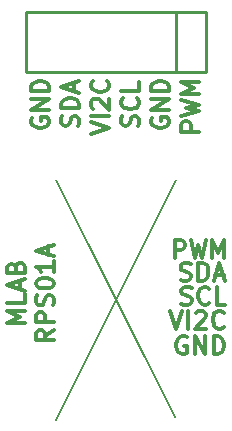
<source format=gbr>
G04 #@! TF.FileFunction,Legend,Top*
%FSLAX46Y46*%
G04 Gerber Fmt 4.6, Leading zero omitted, Abs format (unit mm)*
G04 Created by KiCad (PCBNEW 0.201503251001+5534~22~ubuntu14.04.1-product) date St 25. březen 2015, 23:39:12 CET*
%MOMM*%
G01*
G04 APERTURE LIST*
%ADD10C,0.100000*%
%ADD11C,0.300000*%
%ADD12C,0.200000*%
%ADD13C,0.254000*%
G04 APERTURE END LIST*
D10*
D11*
X13220000Y30607143D02*
X13148571Y30464286D01*
X13148571Y30250000D01*
X13220000Y30035715D01*
X13362857Y29892857D01*
X13505714Y29821429D01*
X13791429Y29750000D01*
X14005714Y29750000D01*
X14291429Y29821429D01*
X14434286Y29892857D01*
X14577143Y30035715D01*
X14648571Y30250000D01*
X14648571Y30392857D01*
X14577143Y30607143D01*
X14505714Y30678572D01*
X14005714Y30678572D01*
X14005714Y30392857D01*
X14648571Y31321429D02*
X13148571Y31321429D01*
X14648571Y32178572D01*
X13148571Y32178572D01*
X14648571Y32892858D02*
X13148571Y32892858D01*
X13148571Y33250001D01*
X13220000Y33464286D01*
X13362857Y33607144D01*
X13505714Y33678572D01*
X13791429Y33750001D01*
X14005714Y33750001D01*
X14291429Y33678572D01*
X14434286Y33607144D01*
X14577143Y33464286D01*
X14648571Y33250001D01*
X14648571Y32892858D01*
X3060000Y30607143D02*
X2988571Y30464286D01*
X2988571Y30250000D01*
X3060000Y30035715D01*
X3202857Y29892857D01*
X3345714Y29821429D01*
X3631429Y29750000D01*
X3845714Y29750000D01*
X4131429Y29821429D01*
X4274286Y29892857D01*
X4417143Y30035715D01*
X4488571Y30250000D01*
X4488571Y30392857D01*
X4417143Y30607143D01*
X4345714Y30678572D01*
X3845714Y30678572D01*
X3845714Y30392857D01*
X4488571Y31321429D02*
X2988571Y31321429D01*
X4488571Y32178572D01*
X2988571Y32178572D01*
X4488571Y32892858D02*
X2988571Y32892858D01*
X2988571Y33250001D01*
X3060000Y33464286D01*
X3202857Y33607144D01*
X3345714Y33678572D01*
X3631429Y33750001D01*
X3845714Y33750001D01*
X4131429Y33678572D01*
X4274286Y33607144D01*
X4417143Y33464286D01*
X4488571Y33250001D01*
X4488571Y32892858D01*
X4869571Y12676573D02*
X4155286Y12176573D01*
X4869571Y11819430D02*
X3369571Y11819430D01*
X3369571Y12390858D01*
X3441000Y12533716D01*
X3512429Y12605144D01*
X3655286Y12676573D01*
X3869571Y12676573D01*
X4012429Y12605144D01*
X4083857Y12533716D01*
X4155286Y12390858D01*
X4155286Y11819430D01*
X4869571Y13319430D02*
X3369571Y13319430D01*
X3369571Y13890858D01*
X3441000Y14033716D01*
X3512429Y14105144D01*
X3655286Y14176573D01*
X3869571Y14176573D01*
X4012429Y14105144D01*
X4083857Y14033716D01*
X4155286Y13890858D01*
X4155286Y13319430D01*
X4798143Y14748001D02*
X4869571Y14962287D01*
X4869571Y15319430D01*
X4798143Y15462287D01*
X4726714Y15533716D01*
X4583857Y15605144D01*
X4441000Y15605144D01*
X4298143Y15533716D01*
X4226714Y15462287D01*
X4155286Y15319430D01*
X4083857Y15033716D01*
X4012429Y14890858D01*
X3941000Y14819430D01*
X3798143Y14748001D01*
X3655286Y14748001D01*
X3512429Y14819430D01*
X3441000Y14890858D01*
X3369571Y15033716D01*
X3369571Y15390858D01*
X3441000Y15605144D01*
X3369571Y16533715D02*
X3369571Y16676572D01*
X3441000Y16819429D01*
X3512429Y16890858D01*
X3655286Y16962287D01*
X3941000Y17033715D01*
X4298143Y17033715D01*
X4583857Y16962287D01*
X4726714Y16890858D01*
X4798143Y16819429D01*
X4869571Y16676572D01*
X4869571Y16533715D01*
X4798143Y16390858D01*
X4726714Y16319429D01*
X4583857Y16248001D01*
X4298143Y16176572D01*
X3941000Y16176572D01*
X3655286Y16248001D01*
X3512429Y16319429D01*
X3441000Y16390858D01*
X3369571Y16533715D01*
X4869571Y18462286D02*
X4869571Y17605143D01*
X4869571Y18033715D02*
X3369571Y18033715D01*
X3583857Y17890858D01*
X3726714Y17748000D01*
X3798143Y17605143D01*
X4441000Y19033714D02*
X4441000Y19748000D01*
X4869571Y18890857D02*
X3369571Y19390857D01*
X4869571Y19890857D01*
X2456571Y13248000D02*
X956571Y13248000D01*
X2028000Y13748000D01*
X956571Y14248000D01*
X2456571Y14248000D01*
X2456571Y15676572D02*
X2456571Y14962286D01*
X956571Y14962286D01*
X2028000Y16105143D02*
X2028000Y16819429D01*
X2456571Y15962286D02*
X956571Y16462286D01*
X2456571Y16962286D01*
X1670857Y17962286D02*
X1742286Y18176572D01*
X1813714Y18248000D01*
X1956571Y18319429D01*
X2170857Y18319429D01*
X2313714Y18248000D01*
X2385143Y18176572D01*
X2456571Y18033714D01*
X2456571Y17462286D01*
X956571Y17462286D01*
X956571Y17962286D01*
X1028000Y18105143D01*
X1099429Y18176572D01*
X1242286Y18248000D01*
X1385143Y18248000D01*
X1528000Y18176572D01*
X1599429Y18105143D01*
X1670857Y17962286D01*
X1670857Y17462286D01*
X17188571Y29464571D02*
X15688571Y29464571D01*
X15688571Y30035999D01*
X15760000Y30178857D01*
X15831429Y30250285D01*
X15974286Y30321714D01*
X16188571Y30321714D01*
X16331429Y30250285D01*
X16402857Y30178857D01*
X16474286Y30035999D01*
X16474286Y29464571D01*
X15688571Y30821714D02*
X17188571Y31178857D01*
X16117143Y31464571D01*
X17188571Y31750285D01*
X15688571Y32107428D01*
X17188571Y32678857D02*
X15688571Y32678857D01*
X16760000Y33178857D01*
X15688571Y33678857D01*
X17188571Y33678857D01*
X6957143Y29928572D02*
X7028571Y30142858D01*
X7028571Y30500001D01*
X6957143Y30642858D01*
X6885714Y30714287D01*
X6742857Y30785715D01*
X6600000Y30785715D01*
X6457143Y30714287D01*
X6385714Y30642858D01*
X6314286Y30500001D01*
X6242857Y30214287D01*
X6171429Y30071429D01*
X6100000Y30000001D01*
X5957143Y29928572D01*
X5814286Y29928572D01*
X5671429Y30000001D01*
X5600000Y30071429D01*
X5528571Y30214287D01*
X5528571Y30571429D01*
X5600000Y30785715D01*
X7028571Y31428572D02*
X5528571Y31428572D01*
X5528571Y31785715D01*
X5600000Y32000000D01*
X5742857Y32142858D01*
X5885714Y32214286D01*
X6171429Y32285715D01*
X6385714Y32285715D01*
X6671429Y32214286D01*
X6814286Y32142858D01*
X6957143Y32000000D01*
X7028571Y31785715D01*
X7028571Y31428572D01*
X6600000Y32857143D02*
X6600000Y33571429D01*
X7028571Y32714286D02*
X5528571Y33214286D01*
X7028571Y33714286D01*
X12037143Y29924857D02*
X12108571Y30139143D01*
X12108571Y30496286D01*
X12037143Y30639143D01*
X11965714Y30710572D01*
X11822857Y30782000D01*
X11680000Y30782000D01*
X11537143Y30710572D01*
X11465714Y30639143D01*
X11394286Y30496286D01*
X11322857Y30210572D01*
X11251429Y30067714D01*
X11180000Y29996286D01*
X11037143Y29924857D01*
X10894286Y29924857D01*
X10751429Y29996286D01*
X10680000Y30067714D01*
X10608571Y30210572D01*
X10608571Y30567714D01*
X10680000Y30782000D01*
X11965714Y32282000D02*
X12037143Y32210571D01*
X12108571Y31996285D01*
X12108571Y31853428D01*
X12037143Y31639143D01*
X11894286Y31496285D01*
X11751429Y31424857D01*
X11465714Y31353428D01*
X11251429Y31353428D01*
X10965714Y31424857D01*
X10822857Y31496285D01*
X10680000Y31639143D01*
X10608571Y31853428D01*
X10608571Y31996285D01*
X10680000Y32210571D01*
X10751429Y32282000D01*
X12108571Y33639143D02*
X12108571Y32924857D01*
X10608571Y32924857D01*
X8068571Y29250286D02*
X9568571Y29750286D01*
X8068571Y30250286D01*
X9568571Y30750286D02*
X8068571Y30750286D01*
X8211429Y31393143D02*
X8140000Y31464572D01*
X8068571Y31607429D01*
X8068571Y31964572D01*
X8140000Y32107429D01*
X8211429Y32178858D01*
X8354286Y32250286D01*
X8497143Y32250286D01*
X8711429Y32178858D01*
X9568571Y31321715D01*
X9568571Y32250286D01*
X9425714Y33750286D02*
X9497143Y33678857D01*
X9568571Y33464571D01*
X9568571Y33321714D01*
X9497143Y33107429D01*
X9354286Y32964571D01*
X9211429Y32893143D01*
X8925714Y32821714D01*
X8711429Y32821714D01*
X8425714Y32893143D01*
X8282857Y32964571D01*
X8140000Y33107429D01*
X8068571Y33321714D01*
X8068571Y33464571D01*
X8140000Y33678857D01*
X8211429Y33750286D01*
X16129428Y12053000D02*
X15986571Y12124429D01*
X15772285Y12124429D01*
X15558000Y12053000D01*
X15415142Y11910143D01*
X15343714Y11767286D01*
X15272285Y11481571D01*
X15272285Y11267286D01*
X15343714Y10981571D01*
X15415142Y10838714D01*
X15558000Y10695857D01*
X15772285Y10624429D01*
X15915142Y10624429D01*
X16129428Y10695857D01*
X16200857Y10767286D01*
X16200857Y11267286D01*
X15915142Y11267286D01*
X16843714Y10624429D02*
X16843714Y12124429D01*
X17700857Y10624429D01*
X17700857Y12124429D01*
X18415143Y10624429D02*
X18415143Y12124429D01*
X18772286Y12124429D01*
X18986571Y12053000D01*
X19129429Y11910143D01*
X19200857Y11767286D01*
X19272286Y11481571D01*
X19272286Y11267286D01*
X19200857Y10981571D01*
X19129429Y10838714D01*
X18986571Y10695857D01*
X18772286Y10624429D01*
X18415143Y10624429D01*
X14772286Y14283429D02*
X15272286Y12783429D01*
X15772286Y14283429D01*
X16272286Y12783429D02*
X16272286Y14283429D01*
X16915143Y14140571D02*
X16986572Y14212000D01*
X17129429Y14283429D01*
X17486572Y14283429D01*
X17629429Y14212000D01*
X17700858Y14140571D01*
X17772286Y13997714D01*
X17772286Y13854857D01*
X17700858Y13640571D01*
X16843715Y12783429D01*
X17772286Y12783429D01*
X19272286Y12926286D02*
X19200857Y12854857D01*
X18986571Y12783429D01*
X18843714Y12783429D01*
X18629429Y12854857D01*
X18486571Y12997714D01*
X18415143Y13140571D01*
X18343714Y13426286D01*
X18343714Y13640571D01*
X18415143Y13926286D01*
X18486571Y14069143D01*
X18629429Y14212000D01*
X18843714Y14283429D01*
X18986571Y14283429D01*
X19200857Y14212000D01*
X19272286Y14140571D01*
X15700857Y14886857D02*
X15915143Y14815429D01*
X16272286Y14815429D01*
X16415143Y14886857D01*
X16486572Y14958286D01*
X16558000Y15101143D01*
X16558000Y15244000D01*
X16486572Y15386857D01*
X16415143Y15458286D01*
X16272286Y15529714D01*
X15986572Y15601143D01*
X15843714Y15672571D01*
X15772286Y15744000D01*
X15700857Y15886857D01*
X15700857Y16029714D01*
X15772286Y16172571D01*
X15843714Y16244000D01*
X15986572Y16315429D01*
X16343714Y16315429D01*
X16558000Y16244000D01*
X18058000Y14958286D02*
X17986571Y14886857D01*
X17772285Y14815429D01*
X17629428Y14815429D01*
X17415143Y14886857D01*
X17272285Y15029714D01*
X17200857Y15172571D01*
X17129428Y15458286D01*
X17129428Y15672571D01*
X17200857Y15958286D01*
X17272285Y16101143D01*
X17415143Y16244000D01*
X17629428Y16315429D01*
X17772285Y16315429D01*
X17986571Y16244000D01*
X18058000Y16172571D01*
X19415143Y14815429D02*
X18700857Y14815429D01*
X18700857Y16315429D01*
X15629429Y16918857D02*
X15843715Y16847429D01*
X16200858Y16847429D01*
X16343715Y16918857D01*
X16415144Y16990286D01*
X16486572Y17133143D01*
X16486572Y17276000D01*
X16415144Y17418857D01*
X16343715Y17490286D01*
X16200858Y17561714D01*
X15915144Y17633143D01*
X15772286Y17704571D01*
X15700858Y17776000D01*
X15629429Y17918857D01*
X15629429Y18061714D01*
X15700858Y18204571D01*
X15772286Y18276000D01*
X15915144Y18347429D01*
X16272286Y18347429D01*
X16486572Y18276000D01*
X17129429Y16847429D02*
X17129429Y18347429D01*
X17486572Y18347429D01*
X17700857Y18276000D01*
X17843715Y18133143D01*
X17915143Y17990286D01*
X17986572Y17704571D01*
X17986572Y17490286D01*
X17915143Y17204571D01*
X17843715Y17061714D01*
X17700857Y16918857D01*
X17486572Y16847429D01*
X17129429Y16847429D01*
X18558000Y17276000D02*
X19272286Y17276000D01*
X18415143Y16847429D02*
X18915143Y18347429D01*
X19415143Y16847429D01*
X15113571Y18752429D02*
X15113571Y20252429D01*
X15684999Y20252429D01*
X15827857Y20181000D01*
X15899285Y20109571D01*
X15970714Y19966714D01*
X15970714Y19752429D01*
X15899285Y19609571D01*
X15827857Y19538143D01*
X15684999Y19466714D01*
X15113571Y19466714D01*
X16470714Y20252429D02*
X16827857Y18752429D01*
X17113571Y19823857D01*
X17399285Y18752429D01*
X17756428Y20252429D01*
X18327857Y18752429D02*
X18327857Y20252429D01*
X18827857Y19181000D01*
X19327857Y20252429D01*
X19327857Y18752429D01*
D12*
X5080000Y5080000D02*
X15240000Y25400000D01*
X15113000Y5334000D02*
X5080000Y25400000D01*
D13*
X12700000Y34544000D02*
X11430000Y34544000D01*
X15240000Y34544000D02*
X12700000Y34544000D01*
X2540000Y39624000D02*
X2540000Y34544000D01*
X5080000Y34544000D02*
X2540000Y34544000D01*
X5080000Y39624000D02*
X2540000Y39624000D01*
X5080000Y39624000D02*
X2540000Y39624000D01*
X5080000Y34544000D02*
X2540000Y34544000D01*
X2540000Y39624000D02*
X2540000Y34544000D01*
X6350000Y34544000D02*
X3810000Y34544000D01*
X10160000Y39624000D02*
X7620000Y39624000D01*
X10160000Y39624000D02*
X7620000Y39624000D01*
X6350000Y34544000D02*
X3810000Y34544000D01*
X6350000Y34544000D02*
X3810000Y34544000D01*
X7620000Y39624000D02*
X5080000Y39624000D01*
X7620000Y39624000D02*
X5080000Y39624000D01*
X6350000Y34544000D02*
X3810000Y34544000D01*
X15240000Y39624000D02*
X7620000Y39624000D01*
X3810000Y34544000D02*
X8890000Y34544000D01*
X15240000Y39624000D02*
X15240000Y37084000D01*
X15240000Y34544000D02*
X15240000Y37084000D01*
X8890000Y34544000D02*
X11430000Y34544000D01*
X15240000Y39624000D02*
X17780000Y39624000D01*
X17780000Y39624000D02*
X17780000Y34544000D01*
X17780000Y34544000D02*
X15240000Y34544000D01*
X15240000Y34544000D02*
X15240000Y39624000D01*
M02*

</source>
